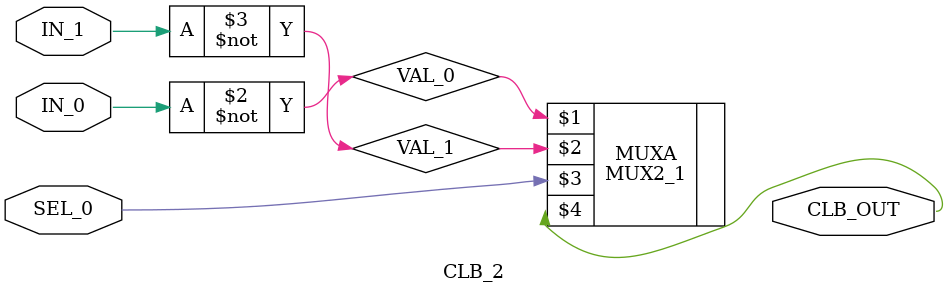
<source format=sv>
`timescale 1ns / 1ps

(* DONT_TOUCH = "yes" *)
module CLB_2(
    input IN_0,
    input IN_1,
    input SEL_0,
    output CLB_OUT
    );
    
    logic VAL_0,VAL_1,OUT_1;
    always_comb
    begin
        VAL_0 = ~IN_0;
        VAL_1 = ~IN_1;
    end
    
    MUX2_1 MUXA(VAL_0,VAL_1,SEL_0,CLB_OUT);
    
endmodule

</source>
